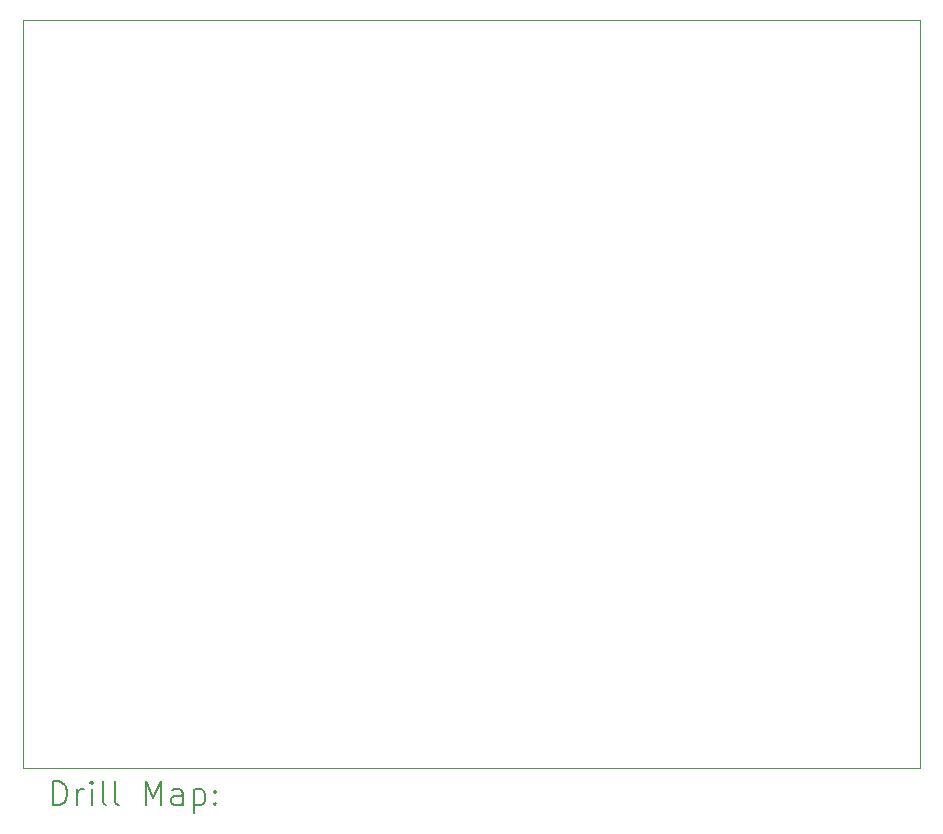
<source format=gbr>
%TF.GenerationSoftware,KiCad,Pcbnew,8.0.4*%
%TF.CreationDate,2024-12-10T19:57:21+05:30*%
%TF.ProjectId,controller-v3,636f6e74-726f-46c6-9c65-722d76332e6b,rev?*%
%TF.SameCoordinates,Original*%
%TF.FileFunction,Drillmap*%
%TF.FilePolarity,Positive*%
%FSLAX45Y45*%
G04 Gerber Fmt 4.5, Leading zero omitted, Abs format (unit mm)*
G04 Created by KiCad (PCBNEW 8.0.4) date 2024-12-10 19:57:21*
%MOMM*%
%LPD*%
G01*
G04 APERTURE LIST*
%ADD10C,0.050000*%
%ADD11C,0.200000*%
G04 APERTURE END LIST*
D10*
X8960000Y-8280000D02*
X16560000Y-8280000D01*
X16560000Y-14610000D01*
X8960000Y-14610000D01*
X8960000Y-8280000D01*
D11*
X9218277Y-14923984D02*
X9218277Y-14723984D01*
X9218277Y-14723984D02*
X9265896Y-14723984D01*
X9265896Y-14723984D02*
X9294467Y-14733508D01*
X9294467Y-14733508D02*
X9313515Y-14752555D01*
X9313515Y-14752555D02*
X9323039Y-14771603D01*
X9323039Y-14771603D02*
X9332563Y-14809698D01*
X9332563Y-14809698D02*
X9332563Y-14838269D01*
X9332563Y-14838269D02*
X9323039Y-14876365D01*
X9323039Y-14876365D02*
X9313515Y-14895412D01*
X9313515Y-14895412D02*
X9294467Y-14914460D01*
X9294467Y-14914460D02*
X9265896Y-14923984D01*
X9265896Y-14923984D02*
X9218277Y-14923984D01*
X9418277Y-14923984D02*
X9418277Y-14790650D01*
X9418277Y-14828746D02*
X9427801Y-14809698D01*
X9427801Y-14809698D02*
X9437324Y-14800174D01*
X9437324Y-14800174D02*
X9456372Y-14790650D01*
X9456372Y-14790650D02*
X9475420Y-14790650D01*
X9542086Y-14923984D02*
X9542086Y-14790650D01*
X9542086Y-14723984D02*
X9532563Y-14733508D01*
X9532563Y-14733508D02*
X9542086Y-14743031D01*
X9542086Y-14743031D02*
X9551610Y-14733508D01*
X9551610Y-14733508D02*
X9542086Y-14723984D01*
X9542086Y-14723984D02*
X9542086Y-14743031D01*
X9665896Y-14923984D02*
X9646848Y-14914460D01*
X9646848Y-14914460D02*
X9637324Y-14895412D01*
X9637324Y-14895412D02*
X9637324Y-14723984D01*
X9770658Y-14923984D02*
X9751610Y-14914460D01*
X9751610Y-14914460D02*
X9742086Y-14895412D01*
X9742086Y-14895412D02*
X9742086Y-14723984D01*
X9999229Y-14923984D02*
X9999229Y-14723984D01*
X9999229Y-14723984D02*
X10065896Y-14866841D01*
X10065896Y-14866841D02*
X10132563Y-14723984D01*
X10132563Y-14723984D02*
X10132563Y-14923984D01*
X10313515Y-14923984D02*
X10313515Y-14819222D01*
X10313515Y-14819222D02*
X10303991Y-14800174D01*
X10303991Y-14800174D02*
X10284944Y-14790650D01*
X10284944Y-14790650D02*
X10246848Y-14790650D01*
X10246848Y-14790650D02*
X10227801Y-14800174D01*
X10313515Y-14914460D02*
X10294467Y-14923984D01*
X10294467Y-14923984D02*
X10246848Y-14923984D01*
X10246848Y-14923984D02*
X10227801Y-14914460D01*
X10227801Y-14914460D02*
X10218277Y-14895412D01*
X10218277Y-14895412D02*
X10218277Y-14876365D01*
X10218277Y-14876365D02*
X10227801Y-14857317D01*
X10227801Y-14857317D02*
X10246848Y-14847793D01*
X10246848Y-14847793D02*
X10294467Y-14847793D01*
X10294467Y-14847793D02*
X10313515Y-14838269D01*
X10408753Y-14790650D02*
X10408753Y-14990650D01*
X10408753Y-14800174D02*
X10427801Y-14790650D01*
X10427801Y-14790650D02*
X10465896Y-14790650D01*
X10465896Y-14790650D02*
X10484944Y-14800174D01*
X10484944Y-14800174D02*
X10494467Y-14809698D01*
X10494467Y-14809698D02*
X10503991Y-14828746D01*
X10503991Y-14828746D02*
X10503991Y-14885888D01*
X10503991Y-14885888D02*
X10494467Y-14904936D01*
X10494467Y-14904936D02*
X10484944Y-14914460D01*
X10484944Y-14914460D02*
X10465896Y-14923984D01*
X10465896Y-14923984D02*
X10427801Y-14923984D01*
X10427801Y-14923984D02*
X10408753Y-14914460D01*
X10589705Y-14904936D02*
X10599229Y-14914460D01*
X10599229Y-14914460D02*
X10589705Y-14923984D01*
X10589705Y-14923984D02*
X10580182Y-14914460D01*
X10580182Y-14914460D02*
X10589705Y-14904936D01*
X10589705Y-14904936D02*
X10589705Y-14923984D01*
X10589705Y-14800174D02*
X10599229Y-14809698D01*
X10599229Y-14809698D02*
X10589705Y-14819222D01*
X10589705Y-14819222D02*
X10580182Y-14809698D01*
X10580182Y-14809698D02*
X10589705Y-14800174D01*
X10589705Y-14800174D02*
X10589705Y-14819222D01*
M02*

</source>
